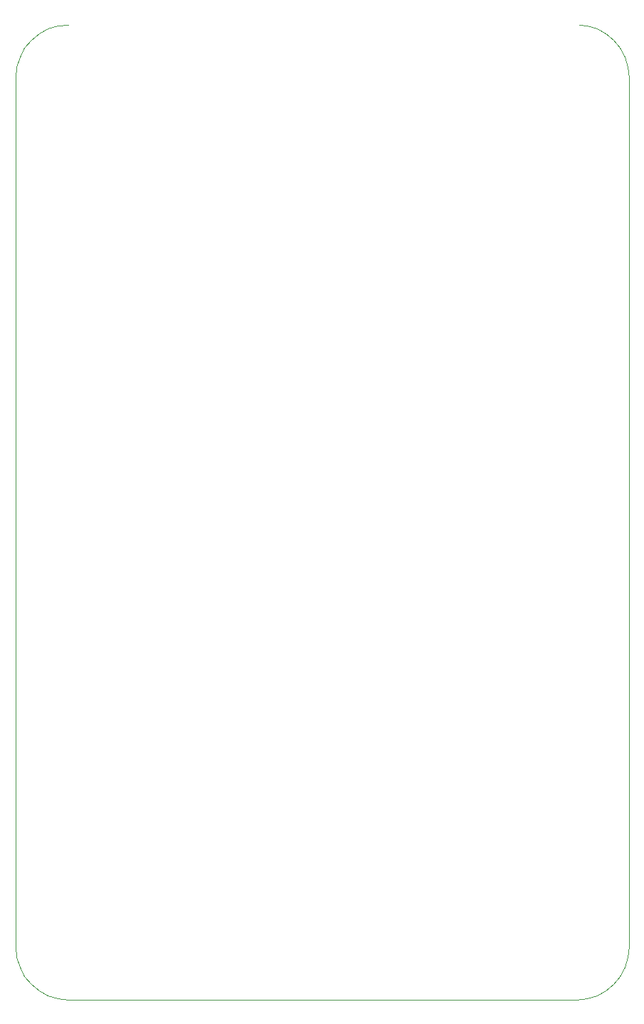
<source format=gbr>
%TF.GenerationSoftware,KiCad,Pcbnew,9.0.4*%
%TF.CreationDate,2025-09-18T23:21:34+02:00*%
%TF.ProjectId,X-DaysSynth,582d4461-7973-4537-996e-74682e6b6963,0.4*%
%TF.SameCoordinates,Original*%
%TF.FileFunction,Other,User*%
%FSLAX46Y46*%
G04 Gerber Fmt 4.6, Leading zero omitted, Abs format (unit mm)*
G04 Created by KiCad (PCBNEW 9.0.4) date 2025-09-18 23:21:34*
%MOMM*%
%LPD*%
G01*
G04 APERTURE LIST*
%ADD10C,0.025400*%
G04 APERTURE END LIST*
D10*
X103863397Y-154755451D02*
X103863397Y-51320851D01*
X107706597Y-45533851D02*
X108883997Y-45166351D01*
X171842697Y-45166351D02*
X170948807Y-45075551D01*
X176367597Y-48881351D02*
X175786597Y-47814451D01*
X103991597Y-50058751D02*
X104359097Y-48881351D01*
X174087097Y-159961351D02*
X175017797Y-159192551D01*
X170580597Y-161038051D02*
X110146097Y-161038051D01*
X105708897Y-46883651D02*
X106639597Y-46114951D01*
X104940097Y-47814451D02*
X105708897Y-46883651D01*
X176735097Y-156017551D02*
X176863297Y-154755451D01*
X176863297Y-154755451D02*
X176863297Y-51320851D01*
X105708897Y-159192551D02*
X104940097Y-158261851D01*
X107706597Y-160542351D02*
X106639597Y-159961351D01*
X176735097Y-50058751D02*
X176367597Y-48881351D01*
X103863397Y-51320851D02*
X103991597Y-50058751D01*
X104940097Y-158261851D02*
X104359097Y-157194851D01*
X175017797Y-159192551D02*
X175786597Y-158261851D01*
X103991597Y-156017551D02*
X103863397Y-154755451D01*
X170580597Y-161038051D02*
X171842697Y-160909851D01*
X176367597Y-157194851D02*
X176735097Y-156017551D01*
X175786597Y-158261851D02*
X176367597Y-157194851D01*
X106639597Y-159961351D02*
X105708897Y-159192551D01*
X108883997Y-160909851D02*
X107706597Y-160542351D01*
X173020097Y-45533851D02*
X171842697Y-45166351D01*
X173020097Y-160542351D02*
X174087097Y-159961351D01*
X171842697Y-160909851D02*
X173020097Y-160542351D01*
X104359097Y-157194851D02*
X103991597Y-156017551D01*
X175786597Y-47814451D02*
X175017797Y-46883651D01*
X104359097Y-48881351D02*
X104940097Y-47814451D01*
X110146097Y-161038051D02*
X108883997Y-160909851D01*
X106639597Y-46114951D02*
X107706597Y-45533851D01*
X175017797Y-46883651D02*
X174087097Y-46114951D01*
X108883997Y-45166351D02*
X110146097Y-45038151D01*
X176863297Y-51320851D02*
X176735097Y-50058751D01*
X174087097Y-46114951D02*
X173020097Y-45533851D01*
M02*

</source>
